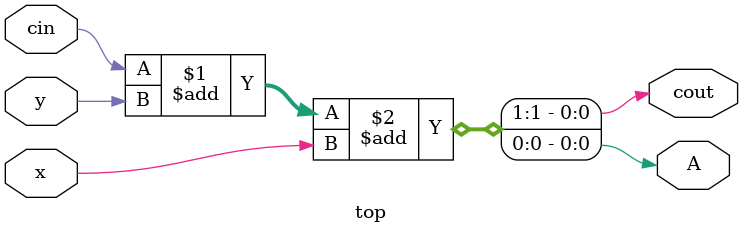
<source format=v>
(* black_box *) module top
(
 input x,
 input y,
 input cin,

 output A,
 output cout
 );

`ifndef BUG
assign {cout,A} =  cin + y + x;
`else
assign {cout,A} =  cin - y * x;
`endif

endmodule

</source>
